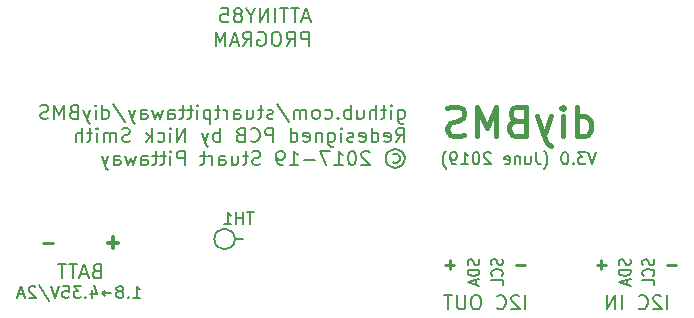
<source format=gbo>
G04 #@! TF.GenerationSoftware,KiCad,Pcbnew,(5.1.0)-1*
G04 #@! TF.CreationDate,2019-06-25T11:49:38+01:00*
G04 #@! TF.ProjectId,BMS_Cell_Module,424d535f-4365-46c6-9c5f-4d6f64756c65,3.0*
G04 #@! TF.SameCoordinates,Original*
G04 #@! TF.FileFunction,Legend,Bot*
G04 #@! TF.FilePolarity,Positive*
%FSLAX46Y46*%
G04 Gerber Fmt 4.6, Leading zero omitted, Abs format (unit mm)*
G04 Created by KiCad (PCBNEW (5.1.0)-1) date 2019-06-25 11:49:38*
%MOMM*%
%LPD*%
G04 APERTURE LIST*
%ADD10C,0.150000*%
%ADD11C,0.250000*%
%ADD12C,0.200000*%
%ADD13C,0.400000*%
%ADD14C,0.300000*%
G04 APERTURE END LIST*
D10*
X134150000Y-91950000D02*
X134800000Y-91950000D01*
X134148212Y-91950000D02*
G75*
G03X134148212Y-91950000I-873212J0D01*
G01*
X135735714Y-89702380D02*
X135164285Y-89702380D01*
X135450000Y-90702380D02*
X135450000Y-89702380D01*
X134830952Y-90702380D02*
X134830952Y-89702380D01*
X134830952Y-90178571D02*
X134259523Y-90178571D01*
X134259523Y-90702380D02*
X134259523Y-89702380D01*
X133259523Y-90702380D02*
X133830952Y-90702380D01*
X133545238Y-90702380D02*
X133545238Y-89702380D01*
X133640476Y-89845238D01*
X133735714Y-89940476D01*
X133830952Y-89988095D01*
D11*
X170769047Y-94121428D02*
X171530952Y-94121428D01*
X157969047Y-94121428D02*
X158730952Y-94121428D01*
X164769047Y-94121428D02*
X165530952Y-94121428D01*
X165150000Y-94502380D02*
X165150000Y-93740476D01*
X151969047Y-94121428D02*
X152730952Y-94121428D01*
X152350000Y-94502380D02*
X152350000Y-93740476D01*
D10*
X167604761Y-93657142D02*
X167652380Y-93785714D01*
X167652380Y-94000000D01*
X167604761Y-94085714D01*
X167557142Y-94128571D01*
X167461904Y-94171428D01*
X167366666Y-94171428D01*
X167271428Y-94128571D01*
X167223809Y-94085714D01*
X167176190Y-94000000D01*
X167128571Y-93828571D01*
X167080952Y-93742857D01*
X167033333Y-93700000D01*
X166938095Y-93657142D01*
X166842857Y-93657142D01*
X166747619Y-93700000D01*
X166700000Y-93742857D01*
X166652380Y-93828571D01*
X166652380Y-94042857D01*
X166700000Y-94171428D01*
X167652380Y-94557142D02*
X166652380Y-94557142D01*
X166652380Y-94771428D01*
X166700000Y-94900000D01*
X166795238Y-94985714D01*
X166890476Y-95028571D01*
X167080952Y-95071428D01*
X167223809Y-95071428D01*
X167414285Y-95028571D01*
X167509523Y-94985714D01*
X167604761Y-94900000D01*
X167652380Y-94771428D01*
X167652380Y-94557142D01*
X167366666Y-95414285D02*
X167366666Y-95842857D01*
X167652380Y-95328571D02*
X166652380Y-95628571D01*
X167652380Y-95928571D01*
X154804761Y-93657142D02*
X154852380Y-93785714D01*
X154852380Y-94000000D01*
X154804761Y-94085714D01*
X154757142Y-94128571D01*
X154661904Y-94171428D01*
X154566666Y-94171428D01*
X154471428Y-94128571D01*
X154423809Y-94085714D01*
X154376190Y-94000000D01*
X154328571Y-93828571D01*
X154280952Y-93742857D01*
X154233333Y-93700000D01*
X154138095Y-93657142D01*
X154042857Y-93657142D01*
X153947619Y-93700000D01*
X153900000Y-93742857D01*
X153852380Y-93828571D01*
X153852380Y-94042857D01*
X153900000Y-94171428D01*
X154852380Y-94557142D02*
X153852380Y-94557142D01*
X153852380Y-94771428D01*
X153900000Y-94900000D01*
X153995238Y-94985714D01*
X154090476Y-95028571D01*
X154280952Y-95071428D01*
X154423809Y-95071428D01*
X154614285Y-95028571D01*
X154709523Y-94985714D01*
X154804761Y-94900000D01*
X154852380Y-94771428D01*
X154852380Y-94557142D01*
X154566666Y-95414285D02*
X154566666Y-95842857D01*
X154852380Y-95328571D02*
X153852380Y-95628571D01*
X154852380Y-95928571D01*
X156804761Y-93653571D02*
X156852380Y-93782142D01*
X156852380Y-93996428D01*
X156804761Y-94082142D01*
X156757142Y-94125000D01*
X156661904Y-94167857D01*
X156566666Y-94167857D01*
X156471428Y-94125000D01*
X156423809Y-94082142D01*
X156376190Y-93996428D01*
X156328571Y-93825000D01*
X156280952Y-93739285D01*
X156233333Y-93696428D01*
X156138095Y-93653571D01*
X156042857Y-93653571D01*
X155947619Y-93696428D01*
X155900000Y-93739285D01*
X155852380Y-93825000D01*
X155852380Y-94039285D01*
X155900000Y-94167857D01*
X156757142Y-95067857D02*
X156804761Y-95025000D01*
X156852380Y-94896428D01*
X156852380Y-94810714D01*
X156804761Y-94682142D01*
X156709523Y-94596428D01*
X156614285Y-94553571D01*
X156423809Y-94510714D01*
X156280952Y-94510714D01*
X156090476Y-94553571D01*
X155995238Y-94596428D01*
X155900000Y-94682142D01*
X155852380Y-94810714D01*
X155852380Y-94896428D01*
X155900000Y-95025000D01*
X155947619Y-95067857D01*
X156852380Y-95882142D02*
X156852380Y-95453571D01*
X155852380Y-95453571D01*
X169604761Y-93653571D02*
X169652380Y-93782142D01*
X169652380Y-93996428D01*
X169604761Y-94082142D01*
X169557142Y-94125000D01*
X169461904Y-94167857D01*
X169366666Y-94167857D01*
X169271428Y-94125000D01*
X169223809Y-94082142D01*
X169176190Y-93996428D01*
X169128571Y-93825000D01*
X169080952Y-93739285D01*
X169033333Y-93696428D01*
X168938095Y-93653571D01*
X168842857Y-93653571D01*
X168747619Y-93696428D01*
X168700000Y-93739285D01*
X168652380Y-93825000D01*
X168652380Y-94039285D01*
X168700000Y-94167857D01*
X169557142Y-95067857D02*
X169604761Y-95025000D01*
X169652380Y-94896428D01*
X169652380Y-94810714D01*
X169604761Y-94682142D01*
X169509523Y-94596428D01*
X169414285Y-94553571D01*
X169223809Y-94510714D01*
X169080952Y-94510714D01*
X168890476Y-94553571D01*
X168795238Y-94596428D01*
X168700000Y-94682142D01*
X168652380Y-94810714D01*
X168652380Y-94896428D01*
X168700000Y-95025000D01*
X168747619Y-95067857D01*
X169652380Y-95882142D02*
X169652380Y-95453571D01*
X168652380Y-95453571D01*
X125546428Y-96927380D02*
X126117857Y-96927380D01*
X125832142Y-96927380D02*
X125832142Y-95927380D01*
X125927380Y-96070238D01*
X126022619Y-96165476D01*
X126117857Y-96213095D01*
X125117857Y-96832142D02*
X125070238Y-96879761D01*
X125117857Y-96927380D01*
X125165476Y-96879761D01*
X125117857Y-96832142D01*
X125117857Y-96927380D01*
X124498809Y-96355952D02*
X124594047Y-96308333D01*
X124641666Y-96260714D01*
X124689285Y-96165476D01*
X124689285Y-96117857D01*
X124641666Y-96022619D01*
X124594047Y-95975000D01*
X124498809Y-95927380D01*
X124308333Y-95927380D01*
X124213095Y-95975000D01*
X124165476Y-96022619D01*
X124117857Y-96117857D01*
X124117857Y-96165476D01*
X124165476Y-96260714D01*
X124213095Y-96308333D01*
X124308333Y-96355952D01*
X124498809Y-96355952D01*
X124594047Y-96403571D01*
X124641666Y-96451190D01*
X124689285Y-96546428D01*
X124689285Y-96736904D01*
X124641666Y-96832142D01*
X124594047Y-96879761D01*
X124498809Y-96927380D01*
X124308333Y-96927380D01*
X124213095Y-96879761D01*
X124165476Y-96832142D01*
X124117857Y-96736904D01*
X124117857Y-96546428D01*
X124165476Y-96451190D01*
X124213095Y-96403571D01*
X124308333Y-96355952D01*
X123689285Y-96546428D02*
X122927380Y-96546428D01*
X123117857Y-96736904D02*
X122927380Y-96546428D01*
X123117857Y-96355952D01*
X122022619Y-96260714D02*
X122022619Y-96927380D01*
X122260714Y-95879761D02*
X122498809Y-96594047D01*
X121879761Y-96594047D01*
X121498809Y-96832142D02*
X121451190Y-96879761D01*
X121498809Y-96927380D01*
X121546428Y-96879761D01*
X121498809Y-96832142D01*
X121498809Y-96927380D01*
X121117857Y-95927380D02*
X120498809Y-95927380D01*
X120832142Y-96308333D01*
X120689285Y-96308333D01*
X120594047Y-96355952D01*
X120546428Y-96403571D01*
X120498809Y-96498809D01*
X120498809Y-96736904D01*
X120546428Y-96832142D01*
X120594047Y-96879761D01*
X120689285Y-96927380D01*
X120975000Y-96927380D01*
X121070238Y-96879761D01*
X121117857Y-96832142D01*
X119594047Y-95927380D02*
X120070238Y-95927380D01*
X120117857Y-96403571D01*
X120070238Y-96355952D01*
X119975000Y-96308333D01*
X119736904Y-96308333D01*
X119641666Y-96355952D01*
X119594047Y-96403571D01*
X119546428Y-96498809D01*
X119546428Y-96736904D01*
X119594047Y-96832142D01*
X119641666Y-96879761D01*
X119736904Y-96927380D01*
X119975000Y-96927380D01*
X120070238Y-96879761D01*
X120117857Y-96832142D01*
X119260714Y-95927380D02*
X118927380Y-96927380D01*
X118594047Y-95927380D01*
X117546428Y-95879761D02*
X118403571Y-97165476D01*
X117260714Y-96022619D02*
X117213095Y-95975000D01*
X117117857Y-95927380D01*
X116879761Y-95927380D01*
X116784523Y-95975000D01*
X116736904Y-96022619D01*
X116689285Y-96117857D01*
X116689285Y-96213095D01*
X116736904Y-96355952D01*
X117308333Y-96927380D01*
X116689285Y-96927380D01*
X116308333Y-96641666D02*
X115832142Y-96641666D01*
X116403571Y-96927380D02*
X116070238Y-95927380D01*
X115736904Y-96927380D01*
D12*
X140461428Y-73260000D02*
X139890000Y-73260000D01*
X140575714Y-73602857D02*
X140175714Y-72402857D01*
X139775714Y-73602857D01*
X139547142Y-72402857D02*
X138861428Y-72402857D01*
X139204285Y-73602857D02*
X139204285Y-72402857D01*
X138632857Y-72402857D02*
X137947142Y-72402857D01*
X138290000Y-73602857D02*
X138290000Y-72402857D01*
X137547142Y-73602857D02*
X137547142Y-72402857D01*
X136975714Y-73602857D02*
X136975714Y-72402857D01*
X136290000Y-73602857D01*
X136290000Y-72402857D01*
X135490000Y-73031428D02*
X135490000Y-73602857D01*
X135890000Y-72402857D02*
X135490000Y-73031428D01*
X135090000Y-72402857D01*
X134518571Y-72917142D02*
X134632857Y-72860000D01*
X134690000Y-72802857D01*
X134747142Y-72688571D01*
X134747142Y-72631428D01*
X134690000Y-72517142D01*
X134632857Y-72460000D01*
X134518571Y-72402857D01*
X134290000Y-72402857D01*
X134175714Y-72460000D01*
X134118571Y-72517142D01*
X134061428Y-72631428D01*
X134061428Y-72688571D01*
X134118571Y-72802857D01*
X134175714Y-72860000D01*
X134290000Y-72917142D01*
X134518571Y-72917142D01*
X134632857Y-72974285D01*
X134690000Y-73031428D01*
X134747142Y-73145714D01*
X134747142Y-73374285D01*
X134690000Y-73488571D01*
X134632857Y-73545714D01*
X134518571Y-73602857D01*
X134290000Y-73602857D01*
X134175714Y-73545714D01*
X134118571Y-73488571D01*
X134061428Y-73374285D01*
X134061428Y-73145714D01*
X134118571Y-73031428D01*
X134175714Y-72974285D01*
X134290000Y-72917142D01*
X132975714Y-72402857D02*
X133547142Y-72402857D01*
X133604285Y-72974285D01*
X133547142Y-72917142D01*
X133432857Y-72860000D01*
X133147142Y-72860000D01*
X133032857Y-72917142D01*
X132975714Y-72974285D01*
X132918571Y-73088571D01*
X132918571Y-73374285D01*
X132975714Y-73488571D01*
X133032857Y-73545714D01*
X133147142Y-73602857D01*
X133432857Y-73602857D01*
X133547142Y-73545714D01*
X133604285Y-73488571D01*
X140404285Y-75602857D02*
X140404285Y-74402857D01*
X139947142Y-74402857D01*
X139832857Y-74460000D01*
X139775714Y-74517142D01*
X139718571Y-74631428D01*
X139718571Y-74802857D01*
X139775714Y-74917142D01*
X139832857Y-74974285D01*
X139947142Y-75031428D01*
X140404285Y-75031428D01*
X138518571Y-75602857D02*
X138918571Y-75031428D01*
X139204285Y-75602857D02*
X139204285Y-74402857D01*
X138747142Y-74402857D01*
X138632857Y-74460000D01*
X138575714Y-74517142D01*
X138518571Y-74631428D01*
X138518571Y-74802857D01*
X138575714Y-74917142D01*
X138632857Y-74974285D01*
X138747142Y-75031428D01*
X139204285Y-75031428D01*
X137775714Y-74402857D02*
X137547142Y-74402857D01*
X137432857Y-74460000D01*
X137318571Y-74574285D01*
X137261428Y-74802857D01*
X137261428Y-75202857D01*
X137318571Y-75431428D01*
X137432857Y-75545714D01*
X137547142Y-75602857D01*
X137775714Y-75602857D01*
X137890000Y-75545714D01*
X138004285Y-75431428D01*
X138061428Y-75202857D01*
X138061428Y-74802857D01*
X138004285Y-74574285D01*
X137890000Y-74460000D01*
X137775714Y-74402857D01*
X136118571Y-74460000D02*
X136232857Y-74402857D01*
X136404285Y-74402857D01*
X136575714Y-74460000D01*
X136690000Y-74574285D01*
X136747142Y-74688571D01*
X136804285Y-74917142D01*
X136804285Y-75088571D01*
X136747142Y-75317142D01*
X136690000Y-75431428D01*
X136575714Y-75545714D01*
X136404285Y-75602857D01*
X136290000Y-75602857D01*
X136118571Y-75545714D01*
X136061428Y-75488571D01*
X136061428Y-75088571D01*
X136290000Y-75088571D01*
X134861428Y-75602857D02*
X135261428Y-75031428D01*
X135547142Y-75602857D02*
X135547142Y-74402857D01*
X135090000Y-74402857D01*
X134975714Y-74460000D01*
X134918571Y-74517142D01*
X134861428Y-74631428D01*
X134861428Y-74802857D01*
X134918571Y-74917142D01*
X134975714Y-74974285D01*
X135090000Y-75031428D01*
X135547142Y-75031428D01*
X134404285Y-75260000D02*
X133832857Y-75260000D01*
X134518571Y-75602857D02*
X134118571Y-74402857D01*
X133718571Y-75602857D01*
X133318571Y-75602857D02*
X133318571Y-74402857D01*
X132918571Y-75260000D01*
X132518571Y-74402857D01*
X132518571Y-75602857D01*
D10*
X147952500Y-80992857D02*
X147952500Y-81964285D01*
X148009642Y-82078571D01*
X148066785Y-82135714D01*
X148181071Y-82192857D01*
X148352500Y-82192857D01*
X148466785Y-82135714D01*
X147952500Y-81735714D02*
X148066785Y-81792857D01*
X148295357Y-81792857D01*
X148409642Y-81735714D01*
X148466785Y-81678571D01*
X148523928Y-81564285D01*
X148523928Y-81221428D01*
X148466785Y-81107142D01*
X148409642Y-81050000D01*
X148295357Y-80992857D01*
X148066785Y-80992857D01*
X147952500Y-81050000D01*
X147381071Y-81792857D02*
X147381071Y-80992857D01*
X147381071Y-80592857D02*
X147438214Y-80650000D01*
X147381071Y-80707142D01*
X147323928Y-80650000D01*
X147381071Y-80592857D01*
X147381071Y-80707142D01*
X146981071Y-80992857D02*
X146523928Y-80992857D01*
X146809642Y-80592857D02*
X146809642Y-81621428D01*
X146752500Y-81735714D01*
X146638214Y-81792857D01*
X146523928Y-81792857D01*
X146123928Y-81792857D02*
X146123928Y-80592857D01*
X145609642Y-81792857D02*
X145609642Y-81164285D01*
X145666785Y-81050000D01*
X145781071Y-80992857D01*
X145952500Y-80992857D01*
X146066785Y-81050000D01*
X146123928Y-81107142D01*
X144523928Y-80992857D02*
X144523928Y-81792857D01*
X145038214Y-80992857D02*
X145038214Y-81621428D01*
X144981071Y-81735714D01*
X144866785Y-81792857D01*
X144695357Y-81792857D01*
X144581071Y-81735714D01*
X144523928Y-81678571D01*
X143952500Y-81792857D02*
X143952500Y-80592857D01*
X143952500Y-81050000D02*
X143838214Y-80992857D01*
X143609642Y-80992857D01*
X143495357Y-81050000D01*
X143438214Y-81107142D01*
X143381071Y-81221428D01*
X143381071Y-81564285D01*
X143438214Y-81678571D01*
X143495357Y-81735714D01*
X143609642Y-81792857D01*
X143838214Y-81792857D01*
X143952500Y-81735714D01*
X142866785Y-81678571D02*
X142809642Y-81735714D01*
X142866785Y-81792857D01*
X142923928Y-81735714D01*
X142866785Y-81678571D01*
X142866785Y-81792857D01*
X141781071Y-81735714D02*
X141895357Y-81792857D01*
X142123928Y-81792857D01*
X142238214Y-81735714D01*
X142295357Y-81678571D01*
X142352500Y-81564285D01*
X142352500Y-81221428D01*
X142295357Y-81107142D01*
X142238214Y-81050000D01*
X142123928Y-80992857D01*
X141895357Y-80992857D01*
X141781071Y-81050000D01*
X141095357Y-81792857D02*
X141209642Y-81735714D01*
X141266785Y-81678571D01*
X141323928Y-81564285D01*
X141323928Y-81221428D01*
X141266785Y-81107142D01*
X141209642Y-81050000D01*
X141095357Y-80992857D01*
X140923928Y-80992857D01*
X140809642Y-81050000D01*
X140752500Y-81107142D01*
X140695357Y-81221428D01*
X140695357Y-81564285D01*
X140752500Y-81678571D01*
X140809642Y-81735714D01*
X140923928Y-81792857D01*
X141095357Y-81792857D01*
X140181071Y-81792857D02*
X140181071Y-80992857D01*
X140181071Y-81107142D02*
X140123928Y-81050000D01*
X140009642Y-80992857D01*
X139838214Y-80992857D01*
X139723928Y-81050000D01*
X139666785Y-81164285D01*
X139666785Y-81792857D01*
X139666785Y-81164285D02*
X139609642Y-81050000D01*
X139495357Y-80992857D01*
X139323928Y-80992857D01*
X139209642Y-81050000D01*
X139152500Y-81164285D01*
X139152500Y-81792857D01*
X137723928Y-80535714D02*
X138752500Y-82078571D01*
X137381071Y-81735714D02*
X137266785Y-81792857D01*
X137038214Y-81792857D01*
X136923928Y-81735714D01*
X136866785Y-81621428D01*
X136866785Y-81564285D01*
X136923928Y-81450000D01*
X137038214Y-81392857D01*
X137209642Y-81392857D01*
X137323928Y-81335714D01*
X137381071Y-81221428D01*
X137381071Y-81164285D01*
X137323928Y-81050000D01*
X137209642Y-80992857D01*
X137038214Y-80992857D01*
X136923928Y-81050000D01*
X136523928Y-80992857D02*
X136066785Y-80992857D01*
X136352500Y-80592857D02*
X136352500Y-81621428D01*
X136295357Y-81735714D01*
X136181071Y-81792857D01*
X136066785Y-81792857D01*
X135152500Y-80992857D02*
X135152500Y-81792857D01*
X135666785Y-80992857D02*
X135666785Y-81621428D01*
X135609642Y-81735714D01*
X135495357Y-81792857D01*
X135323928Y-81792857D01*
X135209642Y-81735714D01*
X135152500Y-81678571D01*
X134066785Y-81792857D02*
X134066785Y-81164285D01*
X134123928Y-81050000D01*
X134238214Y-80992857D01*
X134466785Y-80992857D01*
X134581071Y-81050000D01*
X134066785Y-81735714D02*
X134181071Y-81792857D01*
X134466785Y-81792857D01*
X134581071Y-81735714D01*
X134638214Y-81621428D01*
X134638214Y-81507142D01*
X134581071Y-81392857D01*
X134466785Y-81335714D01*
X134181071Y-81335714D01*
X134066785Y-81278571D01*
X133495357Y-81792857D02*
X133495357Y-80992857D01*
X133495357Y-81221428D02*
X133438214Y-81107142D01*
X133381071Y-81050000D01*
X133266785Y-80992857D01*
X133152499Y-80992857D01*
X132923928Y-80992857D02*
X132466785Y-80992857D01*
X132752499Y-80592857D02*
X132752499Y-81621428D01*
X132695357Y-81735714D01*
X132581071Y-81792857D01*
X132466785Y-81792857D01*
X132066785Y-80992857D02*
X132066785Y-82192857D01*
X132066785Y-81050000D02*
X131952499Y-80992857D01*
X131723928Y-80992857D01*
X131609642Y-81050000D01*
X131552499Y-81107142D01*
X131495357Y-81221428D01*
X131495357Y-81564285D01*
X131552499Y-81678571D01*
X131609642Y-81735714D01*
X131723928Y-81792857D01*
X131952499Y-81792857D01*
X132066785Y-81735714D01*
X130981071Y-81792857D02*
X130981071Y-80992857D01*
X130981071Y-80592857D02*
X131038214Y-80650000D01*
X130981071Y-80707142D01*
X130923928Y-80650000D01*
X130981071Y-80592857D01*
X130981071Y-80707142D01*
X130581071Y-80992857D02*
X130123928Y-80992857D01*
X130409642Y-80592857D02*
X130409642Y-81621428D01*
X130352499Y-81735714D01*
X130238214Y-81792857D01*
X130123928Y-81792857D01*
X129895357Y-80992857D02*
X129438214Y-80992857D01*
X129723928Y-80592857D02*
X129723928Y-81621428D01*
X129666785Y-81735714D01*
X129552499Y-81792857D01*
X129438214Y-81792857D01*
X128523928Y-81792857D02*
X128523928Y-81164285D01*
X128581071Y-81050000D01*
X128695357Y-80992857D01*
X128923928Y-80992857D01*
X129038214Y-81050000D01*
X128523928Y-81735714D02*
X128638214Y-81792857D01*
X128923928Y-81792857D01*
X129038214Y-81735714D01*
X129095357Y-81621428D01*
X129095357Y-81507142D01*
X129038214Y-81392857D01*
X128923928Y-81335714D01*
X128638214Y-81335714D01*
X128523928Y-81278571D01*
X128066785Y-80992857D02*
X127838214Y-81792857D01*
X127609642Y-81221428D01*
X127381071Y-81792857D01*
X127152499Y-80992857D01*
X126181071Y-81792857D02*
X126181071Y-81164285D01*
X126238214Y-81050000D01*
X126352499Y-80992857D01*
X126581071Y-80992857D01*
X126695357Y-81050000D01*
X126181071Y-81735714D02*
X126295357Y-81792857D01*
X126581071Y-81792857D01*
X126695357Y-81735714D01*
X126752499Y-81621428D01*
X126752499Y-81507142D01*
X126695357Y-81392857D01*
X126581071Y-81335714D01*
X126295357Y-81335714D01*
X126181071Y-81278571D01*
X125723928Y-80992857D02*
X125438214Y-81792857D01*
X125152499Y-80992857D02*
X125438214Y-81792857D01*
X125552499Y-82078571D01*
X125609642Y-82135714D01*
X125723928Y-82192857D01*
X123838214Y-80535714D02*
X124866785Y-82078571D01*
X122923928Y-81792857D02*
X122923928Y-80592857D01*
X122923928Y-81735714D02*
X123038214Y-81792857D01*
X123266785Y-81792857D01*
X123381071Y-81735714D01*
X123438214Y-81678571D01*
X123495357Y-81564285D01*
X123495357Y-81221428D01*
X123438214Y-81107142D01*
X123381071Y-81050000D01*
X123266785Y-80992857D01*
X123038214Y-80992857D01*
X122923928Y-81050000D01*
X122352499Y-81792857D02*
X122352499Y-80992857D01*
X122352499Y-80592857D02*
X122409642Y-80650000D01*
X122352499Y-80707142D01*
X122295357Y-80650000D01*
X122352499Y-80592857D01*
X122352499Y-80707142D01*
X121895357Y-80992857D02*
X121609642Y-81792857D01*
X121323928Y-80992857D02*
X121609642Y-81792857D01*
X121723928Y-82078571D01*
X121781071Y-82135714D01*
X121895357Y-82192857D01*
X120466785Y-81164285D02*
X120295357Y-81221428D01*
X120238214Y-81278571D01*
X120181071Y-81392857D01*
X120181071Y-81564285D01*
X120238214Y-81678571D01*
X120295357Y-81735714D01*
X120409642Y-81792857D01*
X120866785Y-81792857D01*
X120866785Y-80592857D01*
X120466785Y-80592857D01*
X120352499Y-80650000D01*
X120295357Y-80707142D01*
X120238214Y-80821428D01*
X120238214Y-80935714D01*
X120295357Y-81050000D01*
X120352499Y-81107142D01*
X120466785Y-81164285D01*
X120866785Y-81164285D01*
X119666785Y-81792857D02*
X119666785Y-80592857D01*
X119266785Y-81450000D01*
X118866785Y-80592857D01*
X118866785Y-81792857D01*
X118352499Y-81735714D02*
X118181071Y-81792857D01*
X117895357Y-81792857D01*
X117781071Y-81735714D01*
X117723928Y-81678571D01*
X117666785Y-81564285D01*
X117666785Y-81450000D01*
X117723928Y-81335714D01*
X117781071Y-81278571D01*
X117895357Y-81221428D01*
X118123928Y-81164285D01*
X118238214Y-81107142D01*
X118295357Y-81050000D01*
X118352499Y-80935714D01*
X118352499Y-80821428D01*
X118295357Y-80707142D01*
X118238214Y-80650000D01*
X118123928Y-80592857D01*
X117838214Y-80592857D01*
X117666785Y-80650000D01*
X147781071Y-83742857D02*
X148181071Y-83171428D01*
X148466785Y-83742857D02*
X148466785Y-82542857D01*
X148009642Y-82542857D01*
X147895357Y-82600000D01*
X147838214Y-82657142D01*
X147781071Y-82771428D01*
X147781071Y-82942857D01*
X147838214Y-83057142D01*
X147895357Y-83114285D01*
X148009642Y-83171428D01*
X148466785Y-83171428D01*
X146809642Y-83685714D02*
X146923928Y-83742857D01*
X147152500Y-83742857D01*
X147266785Y-83685714D01*
X147323928Y-83571428D01*
X147323928Y-83114285D01*
X147266785Y-83000000D01*
X147152500Y-82942857D01*
X146923928Y-82942857D01*
X146809642Y-83000000D01*
X146752500Y-83114285D01*
X146752500Y-83228571D01*
X147323928Y-83342857D01*
X145723928Y-83742857D02*
X145723928Y-82542857D01*
X145723928Y-83685714D02*
X145838214Y-83742857D01*
X146066785Y-83742857D01*
X146181071Y-83685714D01*
X146238214Y-83628571D01*
X146295357Y-83514285D01*
X146295357Y-83171428D01*
X146238214Y-83057142D01*
X146181071Y-83000000D01*
X146066785Y-82942857D01*
X145838214Y-82942857D01*
X145723928Y-83000000D01*
X144695357Y-83685714D02*
X144809642Y-83742857D01*
X145038214Y-83742857D01*
X145152500Y-83685714D01*
X145209642Y-83571428D01*
X145209642Y-83114285D01*
X145152500Y-83000000D01*
X145038214Y-82942857D01*
X144809642Y-82942857D01*
X144695357Y-83000000D01*
X144638214Y-83114285D01*
X144638214Y-83228571D01*
X145209642Y-83342857D01*
X144181071Y-83685714D02*
X144066785Y-83742857D01*
X143838214Y-83742857D01*
X143723928Y-83685714D01*
X143666785Y-83571428D01*
X143666785Y-83514285D01*
X143723928Y-83400000D01*
X143838214Y-83342857D01*
X144009642Y-83342857D01*
X144123928Y-83285714D01*
X144181071Y-83171428D01*
X144181071Y-83114285D01*
X144123928Y-83000000D01*
X144009642Y-82942857D01*
X143838214Y-82942857D01*
X143723928Y-83000000D01*
X143152500Y-83742857D02*
X143152500Y-82942857D01*
X143152500Y-82542857D02*
X143209642Y-82600000D01*
X143152500Y-82657142D01*
X143095357Y-82600000D01*
X143152500Y-82542857D01*
X143152500Y-82657142D01*
X142066785Y-82942857D02*
X142066785Y-83914285D01*
X142123928Y-84028571D01*
X142181071Y-84085714D01*
X142295357Y-84142857D01*
X142466785Y-84142857D01*
X142581071Y-84085714D01*
X142066785Y-83685714D02*
X142181071Y-83742857D01*
X142409642Y-83742857D01*
X142523928Y-83685714D01*
X142581071Y-83628571D01*
X142638214Y-83514285D01*
X142638214Y-83171428D01*
X142581071Y-83057142D01*
X142523928Y-83000000D01*
X142409642Y-82942857D01*
X142181071Y-82942857D01*
X142066785Y-83000000D01*
X141495357Y-82942857D02*
X141495357Y-83742857D01*
X141495357Y-83057142D02*
X141438214Y-83000000D01*
X141323928Y-82942857D01*
X141152500Y-82942857D01*
X141038214Y-83000000D01*
X140981071Y-83114285D01*
X140981071Y-83742857D01*
X139952500Y-83685714D02*
X140066785Y-83742857D01*
X140295357Y-83742857D01*
X140409642Y-83685714D01*
X140466785Y-83571428D01*
X140466785Y-83114285D01*
X140409642Y-83000000D01*
X140295357Y-82942857D01*
X140066785Y-82942857D01*
X139952500Y-83000000D01*
X139895357Y-83114285D01*
X139895357Y-83228571D01*
X140466785Y-83342857D01*
X138866785Y-83742857D02*
X138866785Y-82542857D01*
X138866785Y-83685714D02*
X138981071Y-83742857D01*
X139209642Y-83742857D01*
X139323928Y-83685714D01*
X139381071Y-83628571D01*
X139438214Y-83514285D01*
X139438214Y-83171428D01*
X139381071Y-83057142D01*
X139323928Y-83000000D01*
X139209642Y-82942857D01*
X138981071Y-82942857D01*
X138866785Y-83000000D01*
X137381071Y-83742857D02*
X137381071Y-82542857D01*
X136923928Y-82542857D01*
X136809642Y-82600000D01*
X136752500Y-82657142D01*
X136695357Y-82771428D01*
X136695357Y-82942857D01*
X136752500Y-83057142D01*
X136809642Y-83114285D01*
X136923928Y-83171428D01*
X137381071Y-83171428D01*
X135495357Y-83628571D02*
X135552500Y-83685714D01*
X135723928Y-83742857D01*
X135838214Y-83742857D01*
X136009642Y-83685714D01*
X136123928Y-83571428D01*
X136181071Y-83457142D01*
X136238214Y-83228571D01*
X136238214Y-83057142D01*
X136181071Y-82828571D01*
X136123928Y-82714285D01*
X136009642Y-82600000D01*
X135838214Y-82542857D01*
X135723928Y-82542857D01*
X135552500Y-82600000D01*
X135495357Y-82657142D01*
X134581071Y-83114285D02*
X134409642Y-83171428D01*
X134352500Y-83228571D01*
X134295357Y-83342857D01*
X134295357Y-83514285D01*
X134352500Y-83628571D01*
X134409642Y-83685714D01*
X134523928Y-83742857D01*
X134981071Y-83742857D01*
X134981071Y-82542857D01*
X134581071Y-82542857D01*
X134466785Y-82600000D01*
X134409642Y-82657142D01*
X134352500Y-82771428D01*
X134352500Y-82885714D01*
X134409642Y-83000000D01*
X134466785Y-83057142D01*
X134581071Y-83114285D01*
X134981071Y-83114285D01*
X132866785Y-83742857D02*
X132866785Y-82542857D01*
X132866785Y-83000000D02*
X132752499Y-82942857D01*
X132523928Y-82942857D01*
X132409642Y-83000000D01*
X132352499Y-83057142D01*
X132295357Y-83171428D01*
X132295357Y-83514285D01*
X132352499Y-83628571D01*
X132409642Y-83685714D01*
X132523928Y-83742857D01*
X132752499Y-83742857D01*
X132866785Y-83685714D01*
X131895357Y-82942857D02*
X131609642Y-83742857D01*
X131323928Y-82942857D02*
X131609642Y-83742857D01*
X131723928Y-84028571D01*
X131781071Y-84085714D01*
X131895357Y-84142857D01*
X129952499Y-83742857D02*
X129952499Y-82542857D01*
X129266785Y-83742857D01*
X129266785Y-82542857D01*
X128695357Y-83742857D02*
X128695357Y-82942857D01*
X128695357Y-82542857D02*
X128752499Y-82600000D01*
X128695357Y-82657142D01*
X128638214Y-82600000D01*
X128695357Y-82542857D01*
X128695357Y-82657142D01*
X127609642Y-83685714D02*
X127723928Y-83742857D01*
X127952499Y-83742857D01*
X128066785Y-83685714D01*
X128123928Y-83628571D01*
X128181071Y-83514285D01*
X128181071Y-83171428D01*
X128123928Y-83057142D01*
X128066785Y-83000000D01*
X127952499Y-82942857D01*
X127723928Y-82942857D01*
X127609642Y-83000000D01*
X127095357Y-83742857D02*
X127095357Y-82542857D01*
X126981071Y-83285714D02*
X126638214Y-83742857D01*
X126638214Y-82942857D02*
X127095357Y-83400000D01*
X125266785Y-83685714D02*
X125095357Y-83742857D01*
X124809642Y-83742857D01*
X124695357Y-83685714D01*
X124638214Y-83628571D01*
X124581071Y-83514285D01*
X124581071Y-83400000D01*
X124638214Y-83285714D01*
X124695357Y-83228571D01*
X124809642Y-83171428D01*
X125038214Y-83114285D01*
X125152499Y-83057142D01*
X125209642Y-83000000D01*
X125266785Y-82885714D01*
X125266785Y-82771428D01*
X125209642Y-82657142D01*
X125152499Y-82600000D01*
X125038214Y-82542857D01*
X124752499Y-82542857D01*
X124581071Y-82600000D01*
X124066785Y-83742857D02*
X124066785Y-82942857D01*
X124066785Y-83057142D02*
X124009642Y-83000000D01*
X123895357Y-82942857D01*
X123723928Y-82942857D01*
X123609642Y-83000000D01*
X123552499Y-83114285D01*
X123552499Y-83742857D01*
X123552499Y-83114285D02*
X123495357Y-83000000D01*
X123381071Y-82942857D01*
X123209642Y-82942857D01*
X123095357Y-83000000D01*
X123038214Y-83114285D01*
X123038214Y-83742857D01*
X122466785Y-83742857D02*
X122466785Y-82942857D01*
X122466785Y-82542857D02*
X122523928Y-82600000D01*
X122466785Y-82657142D01*
X122409642Y-82600000D01*
X122466785Y-82542857D01*
X122466785Y-82657142D01*
X122066785Y-82942857D02*
X121609642Y-82942857D01*
X121895357Y-82542857D02*
X121895357Y-83571428D01*
X121838214Y-83685714D01*
X121723928Y-83742857D01*
X121609642Y-83742857D01*
X121209642Y-83742857D02*
X121209642Y-82542857D01*
X120695357Y-83742857D02*
X120695357Y-83114285D01*
X120752499Y-83000000D01*
X120866785Y-82942857D01*
X121038214Y-82942857D01*
X121152499Y-83000000D01*
X121209642Y-83057142D01*
X147495357Y-84778571D02*
X147609642Y-84721428D01*
X147838214Y-84721428D01*
X147952500Y-84778571D01*
X148066785Y-84892857D01*
X148123928Y-85007142D01*
X148123928Y-85235714D01*
X148066785Y-85350000D01*
X147952500Y-85464285D01*
X147838214Y-85521428D01*
X147609642Y-85521428D01*
X147495357Y-85464285D01*
X147723928Y-84321428D02*
X148009642Y-84378571D01*
X148295357Y-84550000D01*
X148466785Y-84835714D01*
X148523928Y-85121428D01*
X148466785Y-85407142D01*
X148295357Y-85692857D01*
X148009642Y-85864285D01*
X147723928Y-85921428D01*
X147438214Y-85864285D01*
X147152500Y-85692857D01*
X146981071Y-85407142D01*
X146923928Y-85121428D01*
X146981071Y-84835714D01*
X147152500Y-84550000D01*
X147438214Y-84378571D01*
X147723928Y-84321428D01*
X145552500Y-84607142D02*
X145495357Y-84550000D01*
X145381071Y-84492857D01*
X145095357Y-84492857D01*
X144981071Y-84550000D01*
X144923928Y-84607142D01*
X144866785Y-84721428D01*
X144866785Y-84835714D01*
X144923928Y-85007142D01*
X145609642Y-85692857D01*
X144866785Y-85692857D01*
X144123928Y-84492857D02*
X144009642Y-84492857D01*
X143895357Y-84550000D01*
X143838214Y-84607142D01*
X143781071Y-84721428D01*
X143723928Y-84950000D01*
X143723928Y-85235714D01*
X143781071Y-85464285D01*
X143838214Y-85578571D01*
X143895357Y-85635714D01*
X144009642Y-85692857D01*
X144123928Y-85692857D01*
X144238214Y-85635714D01*
X144295357Y-85578571D01*
X144352500Y-85464285D01*
X144409642Y-85235714D01*
X144409642Y-84950000D01*
X144352500Y-84721428D01*
X144295357Y-84607142D01*
X144238214Y-84550000D01*
X144123928Y-84492857D01*
X142581071Y-85692857D02*
X143266785Y-85692857D01*
X142923928Y-85692857D02*
X142923928Y-84492857D01*
X143038214Y-84664285D01*
X143152500Y-84778571D01*
X143266785Y-84835714D01*
X142181071Y-84492857D02*
X141381071Y-84492857D01*
X141895357Y-85692857D01*
X140923928Y-85235714D02*
X140009642Y-85235714D01*
X138809642Y-85692857D02*
X139495357Y-85692857D01*
X139152500Y-85692857D02*
X139152500Y-84492857D01*
X139266785Y-84664285D01*
X139381071Y-84778571D01*
X139495357Y-84835714D01*
X138238214Y-85692857D02*
X138009642Y-85692857D01*
X137895357Y-85635714D01*
X137838214Y-85578571D01*
X137723928Y-85407142D01*
X137666785Y-85178571D01*
X137666785Y-84721428D01*
X137723928Y-84607142D01*
X137781071Y-84550000D01*
X137895357Y-84492857D01*
X138123928Y-84492857D01*
X138238214Y-84550000D01*
X138295357Y-84607142D01*
X138352500Y-84721428D01*
X138352500Y-85007142D01*
X138295357Y-85121428D01*
X138238214Y-85178571D01*
X138123928Y-85235714D01*
X137895357Y-85235714D01*
X137781071Y-85178571D01*
X137723928Y-85121428D01*
X137666785Y-85007142D01*
X136295357Y-85635714D02*
X136123928Y-85692857D01*
X135838214Y-85692857D01*
X135723928Y-85635714D01*
X135666785Y-85578571D01*
X135609642Y-85464285D01*
X135609642Y-85350000D01*
X135666785Y-85235714D01*
X135723928Y-85178571D01*
X135838214Y-85121428D01*
X136066785Y-85064285D01*
X136181071Y-85007142D01*
X136238214Y-84950000D01*
X136295357Y-84835714D01*
X136295357Y-84721428D01*
X136238214Y-84607142D01*
X136181071Y-84550000D01*
X136066785Y-84492857D01*
X135781071Y-84492857D01*
X135609642Y-84550000D01*
X135266785Y-84892857D02*
X134809642Y-84892857D01*
X135095357Y-84492857D02*
X135095357Y-85521428D01*
X135038214Y-85635714D01*
X134923928Y-85692857D01*
X134809642Y-85692857D01*
X133895357Y-84892857D02*
X133895357Y-85692857D01*
X134409642Y-84892857D02*
X134409642Y-85521428D01*
X134352500Y-85635714D01*
X134238214Y-85692857D01*
X134066785Y-85692857D01*
X133952500Y-85635714D01*
X133895357Y-85578571D01*
X132809642Y-85692857D02*
X132809642Y-85064285D01*
X132866785Y-84950000D01*
X132981071Y-84892857D01*
X133209642Y-84892857D01*
X133323928Y-84950000D01*
X132809642Y-85635714D02*
X132923928Y-85692857D01*
X133209642Y-85692857D01*
X133323928Y-85635714D01*
X133381071Y-85521428D01*
X133381071Y-85407142D01*
X133323928Y-85292857D01*
X133209642Y-85235714D01*
X132923928Y-85235714D01*
X132809642Y-85178571D01*
X132238214Y-85692857D02*
X132238214Y-84892857D01*
X132238214Y-85121428D02*
X132181071Y-85007142D01*
X132123928Y-84950000D01*
X132009642Y-84892857D01*
X131895357Y-84892857D01*
X131666785Y-84892857D02*
X131209642Y-84892857D01*
X131495357Y-84492857D02*
X131495357Y-85521428D01*
X131438214Y-85635714D01*
X131323928Y-85692857D01*
X131209642Y-85692857D01*
X129895357Y-85692857D02*
X129895357Y-84492857D01*
X129438214Y-84492857D01*
X129323928Y-84550000D01*
X129266785Y-84607142D01*
X129209642Y-84721428D01*
X129209642Y-84892857D01*
X129266785Y-85007142D01*
X129323928Y-85064285D01*
X129438214Y-85121428D01*
X129895357Y-85121428D01*
X128695357Y-85692857D02*
X128695357Y-84892857D01*
X128695357Y-84492857D02*
X128752500Y-84550000D01*
X128695357Y-84607142D01*
X128638214Y-84550000D01*
X128695357Y-84492857D01*
X128695357Y-84607142D01*
X128295357Y-84892857D02*
X127838214Y-84892857D01*
X128123928Y-84492857D02*
X128123928Y-85521428D01*
X128066785Y-85635714D01*
X127952500Y-85692857D01*
X127838214Y-85692857D01*
X127609642Y-84892857D02*
X127152500Y-84892857D01*
X127438214Y-84492857D02*
X127438214Y-85521428D01*
X127381071Y-85635714D01*
X127266785Y-85692857D01*
X127152500Y-85692857D01*
X126238214Y-85692857D02*
X126238214Y-85064285D01*
X126295357Y-84950000D01*
X126409642Y-84892857D01*
X126638214Y-84892857D01*
X126752500Y-84950000D01*
X126238214Y-85635714D02*
X126352500Y-85692857D01*
X126638214Y-85692857D01*
X126752500Y-85635714D01*
X126809642Y-85521428D01*
X126809642Y-85407142D01*
X126752500Y-85292857D01*
X126638214Y-85235714D01*
X126352500Y-85235714D01*
X126238214Y-85178571D01*
X125781071Y-84892857D02*
X125552500Y-85692857D01*
X125323928Y-85121428D01*
X125095357Y-85692857D01*
X124866785Y-84892857D01*
X123895357Y-85692857D02*
X123895357Y-85064285D01*
X123952500Y-84950000D01*
X124066785Y-84892857D01*
X124295357Y-84892857D01*
X124409642Y-84950000D01*
X123895357Y-85635714D02*
X124009642Y-85692857D01*
X124295357Y-85692857D01*
X124409642Y-85635714D01*
X124466785Y-85521428D01*
X124466785Y-85407142D01*
X124409642Y-85292857D01*
X124295357Y-85235714D01*
X124009642Y-85235714D01*
X123895357Y-85178571D01*
X123438214Y-84892857D02*
X123152500Y-85692857D01*
X122866785Y-84892857D02*
X123152500Y-85692857D01*
X123266785Y-85978571D01*
X123323928Y-86035714D01*
X123438214Y-86092857D01*
X164751428Y-84602380D02*
X164418095Y-85602380D01*
X164084761Y-84602380D01*
X163846666Y-84602380D02*
X163227619Y-84602380D01*
X163560952Y-84983333D01*
X163418095Y-84983333D01*
X163322857Y-85030952D01*
X163275238Y-85078571D01*
X163227619Y-85173809D01*
X163227619Y-85411904D01*
X163275238Y-85507142D01*
X163322857Y-85554761D01*
X163418095Y-85602380D01*
X163703809Y-85602380D01*
X163799047Y-85554761D01*
X163846666Y-85507142D01*
X162799047Y-85507142D02*
X162751428Y-85554761D01*
X162799047Y-85602380D01*
X162846666Y-85554761D01*
X162799047Y-85507142D01*
X162799047Y-85602380D01*
X162132380Y-84602380D02*
X162037142Y-84602380D01*
X161941904Y-84650000D01*
X161894285Y-84697619D01*
X161846666Y-84792857D01*
X161799047Y-84983333D01*
X161799047Y-85221428D01*
X161846666Y-85411904D01*
X161894285Y-85507142D01*
X161941904Y-85554761D01*
X162037142Y-85602380D01*
X162132380Y-85602380D01*
X162227619Y-85554761D01*
X162275238Y-85507142D01*
X162322857Y-85411904D01*
X162370476Y-85221428D01*
X162370476Y-84983333D01*
X162322857Y-84792857D01*
X162275238Y-84697619D01*
X162227619Y-84650000D01*
X162132380Y-84602380D01*
X160322857Y-85983333D02*
X160370476Y-85935714D01*
X160465714Y-85792857D01*
X160513333Y-85697619D01*
X160560952Y-85554761D01*
X160608571Y-85316666D01*
X160608571Y-85126190D01*
X160560952Y-84888095D01*
X160513333Y-84745238D01*
X160465714Y-84650000D01*
X160370476Y-84507142D01*
X160322857Y-84459523D01*
X159656190Y-84602380D02*
X159656190Y-85316666D01*
X159703809Y-85459523D01*
X159799047Y-85554761D01*
X159941904Y-85602380D01*
X160037142Y-85602380D01*
X158751428Y-84935714D02*
X158751428Y-85602380D01*
X159180000Y-84935714D02*
X159180000Y-85459523D01*
X159132380Y-85554761D01*
X159037142Y-85602380D01*
X158894285Y-85602380D01*
X158799047Y-85554761D01*
X158751428Y-85507142D01*
X158275238Y-84935714D02*
X158275238Y-85602380D01*
X158275238Y-85030952D02*
X158227619Y-84983333D01*
X158132380Y-84935714D01*
X157989523Y-84935714D01*
X157894285Y-84983333D01*
X157846666Y-85078571D01*
X157846666Y-85602380D01*
X156989523Y-85554761D02*
X157084761Y-85602380D01*
X157275238Y-85602380D01*
X157370476Y-85554761D01*
X157418095Y-85459523D01*
X157418095Y-85078571D01*
X157370476Y-84983333D01*
X157275238Y-84935714D01*
X157084761Y-84935714D01*
X156989523Y-84983333D01*
X156941904Y-85078571D01*
X156941904Y-85173809D01*
X157418095Y-85269047D01*
X155799047Y-84697619D02*
X155751428Y-84650000D01*
X155656190Y-84602380D01*
X155418095Y-84602380D01*
X155322857Y-84650000D01*
X155275238Y-84697619D01*
X155227619Y-84792857D01*
X155227619Y-84888095D01*
X155275238Y-85030952D01*
X155846666Y-85602380D01*
X155227619Y-85602380D01*
X154608571Y-84602380D02*
X154513333Y-84602380D01*
X154418095Y-84650000D01*
X154370476Y-84697619D01*
X154322857Y-84792857D01*
X154275238Y-84983333D01*
X154275238Y-85221428D01*
X154322857Y-85411904D01*
X154370476Y-85507142D01*
X154418095Y-85554761D01*
X154513333Y-85602380D01*
X154608571Y-85602380D01*
X154703809Y-85554761D01*
X154751428Y-85507142D01*
X154799047Y-85411904D01*
X154846666Y-85221428D01*
X154846666Y-84983333D01*
X154799047Y-84792857D01*
X154751428Y-84697619D01*
X154703809Y-84650000D01*
X154608571Y-84602380D01*
X153322857Y-85602380D02*
X153894285Y-85602380D01*
X153608571Y-85602380D02*
X153608571Y-84602380D01*
X153703809Y-84745238D01*
X153799047Y-84840476D01*
X153894285Y-84888095D01*
X152846666Y-85602380D02*
X152656190Y-85602380D01*
X152560952Y-85554761D01*
X152513333Y-85507142D01*
X152418095Y-85364285D01*
X152370476Y-85173809D01*
X152370476Y-84792857D01*
X152418095Y-84697619D01*
X152465714Y-84650000D01*
X152560952Y-84602380D01*
X152751428Y-84602380D01*
X152846666Y-84650000D01*
X152894285Y-84697619D01*
X152941904Y-84792857D01*
X152941904Y-85030952D01*
X152894285Y-85126190D01*
X152846666Y-85173809D01*
X152751428Y-85221428D01*
X152560952Y-85221428D01*
X152465714Y-85173809D01*
X152418095Y-85126190D01*
X152370476Y-85030952D01*
X152037142Y-85983333D02*
X151989523Y-85935714D01*
X151894285Y-85792857D01*
X151846666Y-85697619D01*
X151799047Y-85554761D01*
X151751428Y-85316666D01*
X151751428Y-85126190D01*
X151799047Y-84888095D01*
X151846666Y-84745238D01*
X151894285Y-84650000D01*
X151989523Y-84507142D01*
X152037142Y-84459523D01*
D13*
X163080952Y-83230952D02*
X163080952Y-80730952D01*
X163080952Y-83111904D02*
X163319047Y-83230952D01*
X163795238Y-83230952D01*
X164033333Y-83111904D01*
X164152380Y-82992857D01*
X164271428Y-82754761D01*
X164271428Y-82040476D01*
X164152380Y-81802380D01*
X164033333Y-81683333D01*
X163795238Y-81564285D01*
X163319047Y-81564285D01*
X163080952Y-81683333D01*
X161890476Y-83230952D02*
X161890476Y-81564285D01*
X161890476Y-80730952D02*
X162009523Y-80850000D01*
X161890476Y-80969047D01*
X161771428Y-80850000D01*
X161890476Y-80730952D01*
X161890476Y-80969047D01*
X160938095Y-81564285D02*
X160342857Y-83230952D01*
X159747619Y-81564285D02*
X160342857Y-83230952D01*
X160580952Y-83826190D01*
X160700000Y-83945238D01*
X160938095Y-84064285D01*
X157961904Y-81921428D02*
X157604761Y-82040476D01*
X157485714Y-82159523D01*
X157366666Y-82397619D01*
X157366666Y-82754761D01*
X157485714Y-82992857D01*
X157604761Y-83111904D01*
X157842857Y-83230952D01*
X158795238Y-83230952D01*
X158795238Y-80730952D01*
X157961904Y-80730952D01*
X157723809Y-80850000D01*
X157604761Y-80969047D01*
X157485714Y-81207142D01*
X157485714Y-81445238D01*
X157604761Y-81683333D01*
X157723809Y-81802380D01*
X157961904Y-81921428D01*
X158795238Y-81921428D01*
X156295238Y-83230952D02*
X156295238Y-80730952D01*
X155461904Y-82516666D01*
X154628571Y-80730952D01*
X154628571Y-83230952D01*
X153557142Y-83111904D02*
X153200000Y-83230952D01*
X152604761Y-83230952D01*
X152366666Y-83111904D01*
X152247619Y-82992857D01*
X152128571Y-82754761D01*
X152128571Y-82516666D01*
X152247619Y-82278571D01*
X152366666Y-82159523D01*
X152604761Y-82040476D01*
X153080952Y-81921428D01*
X153319047Y-81802380D01*
X153438095Y-81683333D01*
X153557142Y-81445238D01*
X153557142Y-81207142D01*
X153438095Y-80969047D01*
X153319047Y-80850000D01*
X153080952Y-80730952D01*
X152485714Y-80730952D01*
X152128571Y-80850000D01*
D12*
X170742857Y-97892857D02*
X170742857Y-96692857D01*
X170228571Y-96807142D02*
X170171428Y-96750000D01*
X170057142Y-96692857D01*
X169771428Y-96692857D01*
X169657142Y-96750000D01*
X169600000Y-96807142D01*
X169542857Y-96921428D01*
X169542857Y-97035714D01*
X169600000Y-97207142D01*
X170285714Y-97892857D01*
X169542857Y-97892857D01*
X168342857Y-97778571D02*
X168400000Y-97835714D01*
X168571428Y-97892857D01*
X168685714Y-97892857D01*
X168857142Y-97835714D01*
X168971428Y-97721428D01*
X169028571Y-97607142D01*
X169085714Y-97378571D01*
X169085714Y-97207142D01*
X169028571Y-96978571D01*
X168971428Y-96864285D01*
X168857142Y-96750000D01*
X168685714Y-96692857D01*
X168571428Y-96692857D01*
X168400000Y-96750000D01*
X168342857Y-96807142D01*
X166914285Y-97892857D02*
X166914285Y-96692857D01*
X166342857Y-97892857D02*
X166342857Y-96692857D01*
X165657142Y-97892857D01*
X165657142Y-96692857D01*
X158742857Y-97892857D02*
X158742857Y-96692857D01*
X158228571Y-96807142D02*
X158171428Y-96750000D01*
X158057142Y-96692857D01*
X157771428Y-96692857D01*
X157657142Y-96750000D01*
X157600000Y-96807142D01*
X157542857Y-96921428D01*
X157542857Y-97035714D01*
X157600000Y-97207142D01*
X158285714Y-97892857D01*
X157542857Y-97892857D01*
X156342857Y-97778571D02*
X156400000Y-97835714D01*
X156571428Y-97892857D01*
X156685714Y-97892857D01*
X156857142Y-97835714D01*
X156971428Y-97721428D01*
X157028571Y-97607142D01*
X157085714Y-97378571D01*
X157085714Y-97207142D01*
X157028571Y-96978571D01*
X156971428Y-96864285D01*
X156857142Y-96750000D01*
X156685714Y-96692857D01*
X156571428Y-96692857D01*
X156400000Y-96750000D01*
X156342857Y-96807142D01*
X154685714Y-96692857D02*
X154457142Y-96692857D01*
X154342857Y-96750000D01*
X154228571Y-96864285D01*
X154171428Y-97092857D01*
X154171428Y-97492857D01*
X154228571Y-97721428D01*
X154342857Y-97835714D01*
X154457142Y-97892857D01*
X154685714Y-97892857D01*
X154800000Y-97835714D01*
X154914285Y-97721428D01*
X154971428Y-97492857D01*
X154971428Y-97092857D01*
X154914285Y-96864285D01*
X154800000Y-96750000D01*
X154685714Y-96692857D01*
X153657142Y-96692857D02*
X153657142Y-97664285D01*
X153600000Y-97778571D01*
X153542857Y-97835714D01*
X153428571Y-97892857D01*
X153200000Y-97892857D01*
X153085714Y-97835714D01*
X153028571Y-97778571D01*
X152971428Y-97664285D01*
X152971428Y-96692857D01*
X152571428Y-96692857D02*
X151885714Y-96692857D01*
X152228571Y-97892857D02*
X152228571Y-96692857D01*
D14*
X124282142Y-92260714D02*
X123367857Y-92260714D01*
X123825000Y-92717857D02*
X123825000Y-91803571D01*
D11*
X118782142Y-92260714D02*
X117867857Y-92260714D01*
D12*
X122417857Y-94639285D02*
X122246428Y-94696428D01*
X122189285Y-94753571D01*
X122132142Y-94867857D01*
X122132142Y-95039285D01*
X122189285Y-95153571D01*
X122246428Y-95210714D01*
X122360714Y-95267857D01*
X122817857Y-95267857D01*
X122817857Y-94067857D01*
X122417857Y-94067857D01*
X122303571Y-94125000D01*
X122246428Y-94182142D01*
X122189285Y-94296428D01*
X122189285Y-94410714D01*
X122246428Y-94525000D01*
X122303571Y-94582142D01*
X122417857Y-94639285D01*
X122817857Y-94639285D01*
X121675000Y-94925000D02*
X121103571Y-94925000D01*
X121789285Y-95267857D02*
X121389285Y-94067857D01*
X120989285Y-95267857D01*
X120760714Y-94067857D02*
X120075000Y-94067857D01*
X120417857Y-95267857D02*
X120417857Y-94067857D01*
X119846428Y-94067857D02*
X119160714Y-94067857D01*
X119503571Y-95267857D02*
X119503571Y-94067857D01*
M02*

</source>
